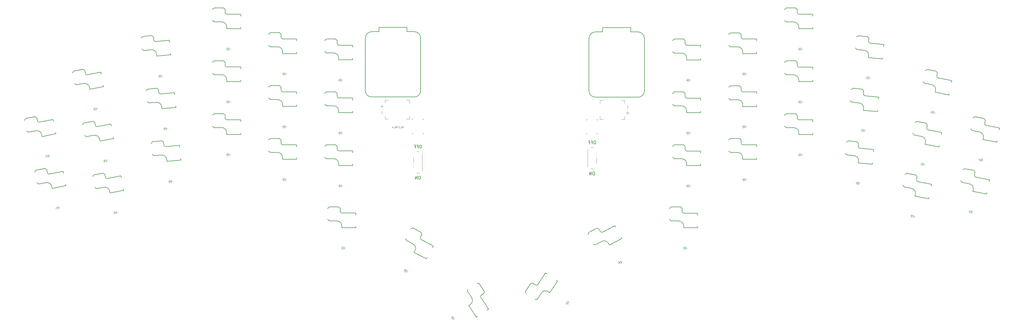
<source format=gbr>
%TF.GenerationSoftware,KiCad,Pcbnew,9.0.6*%
%TF.CreationDate,2025-12-31T17:57:57+01:00*%
%TF.ProjectId,right,72696768-742e-46b6-9963-61645f706362,v1.0.0*%
%TF.SameCoordinates,Original*%
%TF.FileFunction,Legend,Bot*%
%TF.FilePolarity,Positive*%
%FSLAX46Y46*%
G04 Gerber Fmt 4.6, Leading zero omitted, Abs format (unit mm)*
G04 Created by KiCad (PCBNEW 9.0.6) date 2025-12-31 17:57:57*
%MOMM*%
%LPD*%
G01*
G04 APERTURE LIST*
%ADD10C,0.100000*%
%ADD11C,0.150000*%
%ADD12C,0.127000*%
%ADD13C,0.120000*%
G04 APERTURE END LIST*
D10*
X185789204Y-118513100D02*
X185955870Y-118275005D01*
X186074918Y-118513100D02*
X186074918Y-118013100D01*
X186074918Y-118013100D02*
X185884442Y-118013100D01*
X185884442Y-118013100D02*
X185836823Y-118036910D01*
X185836823Y-118036910D02*
X185813013Y-118060719D01*
X185813013Y-118060719D02*
X185789204Y-118108338D01*
X185789204Y-118108338D02*
X185789204Y-118179767D01*
X185789204Y-118179767D02*
X185813013Y-118227386D01*
X185813013Y-118227386D02*
X185836823Y-118251195D01*
X185836823Y-118251195D02*
X185884442Y-118275005D01*
X185884442Y-118275005D02*
X186074918Y-118275005D01*
X185574918Y-118251195D02*
X185408251Y-118251195D01*
X185336823Y-118513100D02*
X185574918Y-118513100D01*
X185574918Y-118513100D02*
X185574918Y-118013100D01*
X185574918Y-118013100D02*
X185336823Y-118013100D01*
X185241585Y-118560719D02*
X184860632Y-118560719D01*
X184455871Y-118465481D02*
X184479680Y-118489291D01*
X184479680Y-118489291D02*
X184551109Y-118513100D01*
X184551109Y-118513100D02*
X184598728Y-118513100D01*
X184598728Y-118513100D02*
X184670156Y-118489291D01*
X184670156Y-118489291D02*
X184717775Y-118441671D01*
X184717775Y-118441671D02*
X184741585Y-118394052D01*
X184741585Y-118394052D02*
X184765394Y-118298814D01*
X184765394Y-118298814D02*
X184765394Y-118227386D01*
X184765394Y-118227386D02*
X184741585Y-118132148D01*
X184741585Y-118132148D02*
X184717775Y-118084529D01*
X184717775Y-118084529D02*
X184670156Y-118036910D01*
X184670156Y-118036910D02*
X184598728Y-118013100D01*
X184598728Y-118013100D02*
X184551109Y-118013100D01*
X184551109Y-118013100D02*
X184479680Y-118036910D01*
X184479680Y-118036910D02*
X184455871Y-118060719D01*
X183789216Y-118513095D02*
X183955882Y-118275000D01*
X184074930Y-118513095D02*
X184074930Y-118013095D01*
X184074930Y-118013095D02*
X183884454Y-118013095D01*
X183884454Y-118013095D02*
X183836835Y-118036905D01*
X183836835Y-118036905D02*
X183813025Y-118060714D01*
X183813025Y-118060714D02*
X183789216Y-118108333D01*
X183789216Y-118108333D02*
X183789216Y-118179762D01*
X183789216Y-118179762D02*
X183813025Y-118227381D01*
X183813025Y-118227381D02*
X183836835Y-118251190D01*
X183836835Y-118251190D02*
X183884454Y-118275000D01*
X183884454Y-118275000D02*
X184074930Y-118275000D01*
X183574930Y-118251190D02*
X183408263Y-118251190D01*
X183336835Y-118513095D02*
X183574930Y-118513095D01*
X183574930Y-118513095D02*
X183574930Y-118013095D01*
X183574930Y-118013095D02*
X183336835Y-118013095D01*
X183241597Y-118560714D02*
X182860644Y-118560714D01*
X182765406Y-118370238D02*
X182527311Y-118370238D01*
X182813025Y-118513095D02*
X182646359Y-118013095D01*
X182646359Y-118013095D02*
X182479692Y-118513095D01*
D11*
X191712134Y-124034315D02*
X191521658Y-124034315D01*
X191521658Y-124034315D02*
X191426420Y-124081934D01*
X191426420Y-124081934D02*
X191331182Y-124177172D01*
X191331182Y-124177172D02*
X191283563Y-124367648D01*
X191283563Y-124367648D02*
X191283563Y-124700981D01*
X191283563Y-124700981D02*
X191331182Y-124891457D01*
X191331182Y-124891457D02*
X191426420Y-124986696D01*
X191426420Y-124986696D02*
X191521658Y-125034315D01*
X191521658Y-125034315D02*
X191712134Y-125034315D01*
X191712134Y-125034315D02*
X191807372Y-124986696D01*
X191807372Y-124986696D02*
X191902610Y-124891457D01*
X191902610Y-124891457D02*
X191950229Y-124700981D01*
X191950229Y-124700981D02*
X191950229Y-124367648D01*
X191950229Y-124367648D02*
X191902610Y-124177172D01*
X191902610Y-124177172D02*
X191807372Y-124081934D01*
X191807372Y-124081934D02*
X191712134Y-124034315D01*
X190521658Y-124510505D02*
X190854991Y-124510505D01*
X190854991Y-125034315D02*
X190854991Y-124034315D01*
X190854991Y-124034315D02*
X190378801Y-124034315D01*
X189664515Y-124510505D02*
X189997848Y-124510505D01*
X189997848Y-125034315D02*
X189997848Y-124034315D01*
X189997848Y-124034315D02*
X189521658Y-124034315D01*
X191378799Y-134034315D02*
X191188323Y-134034315D01*
X191188323Y-134034315D02*
X191093085Y-134081934D01*
X191093085Y-134081934D02*
X190997847Y-134177172D01*
X190997847Y-134177172D02*
X190950228Y-134367648D01*
X190950228Y-134367648D02*
X190950228Y-134700981D01*
X190950228Y-134700981D02*
X190997847Y-134891457D01*
X190997847Y-134891457D02*
X191093085Y-134986696D01*
X191093085Y-134986696D02*
X191188323Y-135034315D01*
X191188323Y-135034315D02*
X191378799Y-135034315D01*
X191378799Y-135034315D02*
X191474037Y-134986696D01*
X191474037Y-134986696D02*
X191569275Y-134891457D01*
X191569275Y-134891457D02*
X191616894Y-134700981D01*
X191616894Y-134700981D02*
X191616894Y-134367648D01*
X191616894Y-134367648D02*
X191569275Y-134177172D01*
X191569275Y-134177172D02*
X191474037Y-134081934D01*
X191474037Y-134081934D02*
X191378799Y-134034315D01*
X190521656Y-135034315D02*
X190521656Y-134034315D01*
X190521656Y-134034315D02*
X189950228Y-135034315D01*
X189950228Y-135034315D02*
X189950228Y-134034315D01*
X247723435Y-122691806D02*
X247532959Y-122691806D01*
X247532959Y-122691806D02*
X247437721Y-122739425D01*
X247437721Y-122739425D02*
X247342483Y-122834663D01*
X247342483Y-122834663D02*
X247294864Y-123025139D01*
X247294864Y-123025139D02*
X247294864Y-123358472D01*
X247294864Y-123358472D02*
X247342483Y-123548948D01*
X247342483Y-123548948D02*
X247437721Y-123644187D01*
X247437721Y-123644187D02*
X247532959Y-123691806D01*
X247532959Y-123691806D02*
X247723435Y-123691806D01*
X247723435Y-123691806D02*
X247818673Y-123644187D01*
X247818673Y-123644187D02*
X247913911Y-123548948D01*
X247913911Y-123548948D02*
X247961530Y-123358472D01*
X247961530Y-123358472D02*
X247961530Y-123025139D01*
X247961530Y-123025139D02*
X247913911Y-122834663D01*
X247913911Y-122834663D02*
X247818673Y-122739425D01*
X247818673Y-122739425D02*
X247723435Y-122691806D01*
X246532959Y-123167996D02*
X246866292Y-123167996D01*
X246866292Y-123691806D02*
X246866292Y-122691806D01*
X246866292Y-122691806D02*
X246390102Y-122691806D01*
X245675816Y-123167996D02*
X246009149Y-123167996D01*
X246009149Y-123691806D02*
X246009149Y-122691806D01*
X246009149Y-122691806D02*
X245532959Y-122691806D01*
X247390094Y-132691804D02*
X247199618Y-132691804D01*
X247199618Y-132691804D02*
X247104380Y-132739423D01*
X247104380Y-132739423D02*
X247009142Y-132834661D01*
X247009142Y-132834661D02*
X246961523Y-133025137D01*
X246961523Y-133025137D02*
X246961523Y-133358470D01*
X246961523Y-133358470D02*
X247009142Y-133548946D01*
X247009142Y-133548946D02*
X247104380Y-133644185D01*
X247104380Y-133644185D02*
X247199618Y-133691804D01*
X247199618Y-133691804D02*
X247390094Y-133691804D01*
X247390094Y-133691804D02*
X247485332Y-133644185D01*
X247485332Y-133644185D02*
X247580570Y-133548946D01*
X247580570Y-133548946D02*
X247628189Y-133358470D01*
X247628189Y-133358470D02*
X247628189Y-133025137D01*
X247628189Y-133025137D02*
X247580570Y-132834661D01*
X247580570Y-132834661D02*
X247485332Y-132739423D01*
X247485332Y-132739423D02*
X247390094Y-132691804D01*
X246532951Y-133691804D02*
X246532951Y-132691804D01*
X246532951Y-132691804D02*
X245961523Y-133691804D01*
X245961523Y-133691804D02*
X245961523Y-132691804D01*
D10*
%TO.C,D1*%
X92800363Y-145875277D02*
X93193017Y-145798952D01*
X93193017Y-145798952D02*
X93088063Y-145259063D01*
X93193017Y-145798952D02*
X93297952Y-146338849D01*
X93193017Y-145798952D02*
X93705666Y-145291819D01*
X93705666Y-145291819D02*
X93858309Y-146077124D01*
X93781989Y-145684472D02*
X94272801Y-145589067D01*
X93858309Y-146077124D02*
X93193017Y-145798952D01*
%TO.C,D2*%
X89556606Y-129187620D02*
X89949260Y-129111295D01*
X89949260Y-129111295D02*
X89844306Y-128571406D01*
X89949260Y-129111295D02*
X90054195Y-129651192D01*
X89949260Y-129111295D02*
X90461909Y-128604162D01*
X90461909Y-128604162D02*
X90614552Y-129389467D01*
X90538232Y-128996815D02*
X91029044Y-128901410D01*
X90614552Y-129389467D02*
X89949260Y-129111295D01*
D11*
%TO.C,S3*%
X80113078Y-100258012D02*
X79717674Y-100844229D01*
X80971724Y-104675328D02*
X80385502Y-104279919D01*
X83057963Y-99685580D02*
X80113078Y-100258012D01*
X83229467Y-104236469D02*
X80971724Y-104675328D01*
X83644183Y-100080990D02*
X83057963Y-99685580D01*
X83644183Y-100080990D02*
X83819726Y-100984087D01*
X84440840Y-101454212D02*
X88838526Y-100599385D01*
X85318011Y-106071675D02*
X85184439Y-105384537D01*
X88838526Y-100599385D02*
X88953016Y-101188362D01*
X89639924Y-104722221D02*
X89735332Y-105213030D01*
X89735332Y-105213030D02*
X85318011Y-106071675D01*
X83229467Y-104236469D02*
G75*
G02*
X85180628Y-105364905I411370J-1539786D01*
G01*
X84440840Y-101454212D02*
G75*
G02*
X83819722Y-100984088I-75496J545622D01*
G01*
D10*
%TO.C,D4*%
X110468872Y-135748163D02*
X110867029Y-135709825D01*
X110867029Y-135709825D02*
X110814312Y-135162358D01*
X110867029Y-135709825D02*
X110919741Y-136257289D01*
X110867029Y-135709825D02*
X111425931Y-135254157D01*
X111425931Y-135254157D02*
X111502601Y-136050473D01*
X111464266Y-135652316D02*
X111961964Y-135604391D01*
X111502601Y-136050473D02*
X110867029Y-135709825D01*
D11*
%TO.C,S17*%
X187050424Y-154719949D02*
X186843690Y-154043746D01*
X189081207Y-155799738D02*
X187050424Y-154719949D01*
X189163048Y-150746687D02*
X188486837Y-150953427D01*
X189549379Y-158540323D02*
X189878005Y-157922262D01*
X191773551Y-154399859D02*
X195729159Y-156503094D01*
X191811885Y-152155101D02*
X189163048Y-150746687D01*
X192018634Y-152831312D02*
X191586718Y-153643623D01*
X192018634Y-152831312D02*
X191811885Y-152155101D01*
X193522645Y-160652946D02*
X189549379Y-158540323D01*
X193757378Y-160211470D02*
X193522645Y-160652946D01*
X195729159Y-156503094D02*
X195447477Y-157032861D01*
X189081207Y-155799738D02*
G75*
G02*
X189887399Y-157904605I-649329J-1455526D01*
G01*
X191773551Y-154399859D02*
G75*
G02*
X191586718Y-153643623I284702J471535D01*
G01*
%TO.C,S8*%
X125287923Y-96921324D02*
X124787928Y-97421327D01*
X125287926Y-101421322D02*
X124787924Y-100921322D01*
X127587928Y-101421317D02*
X125287926Y-101421322D01*
X128287929Y-96921323D02*
X125287923Y-96921324D01*
X128787928Y-97421321D02*
X128287929Y-96921323D01*
X128787928Y-97421321D02*
X128787928Y-98341321D01*
X129287928Y-103621320D02*
X129287926Y-102921323D01*
X129307926Y-98921323D02*
X133787925Y-98921321D01*
X133787925Y-98921321D02*
X133787933Y-99521324D01*
X133787927Y-103121319D02*
X133787927Y-103621319D01*
X133787927Y-103621319D02*
X129287928Y-103621320D01*
X127587928Y-101421317D02*
G75*
G02*
X129287931Y-102901322I109999J-1590004D01*
G01*
X129307926Y-98921323D02*
G75*
G02*
X128787925Y-98341321I30001J550002D01*
G01*
%TO.C,S2*%
X83356829Y-116945681D02*
X82961425Y-117531898D01*
X84215475Y-121362997D02*
X83629253Y-120967588D01*
X86301714Y-116373249D02*
X83356829Y-116945681D01*
X86473218Y-120924138D02*
X84215475Y-121362997D01*
X86887934Y-116768659D02*
X86301714Y-116373249D01*
X86887934Y-116768659D02*
X87063477Y-117671756D01*
X87684591Y-118141881D02*
X92082277Y-117287054D01*
X88561762Y-122759344D02*
X88428190Y-122072206D01*
X92082277Y-117287054D02*
X92196767Y-117876031D01*
X92883675Y-121409890D02*
X92979083Y-121900699D01*
X92979083Y-121900699D02*
X88561762Y-122759344D01*
X86473218Y-120924138D02*
G75*
G02*
X88424379Y-122052574I411370J-1539786D01*
G01*
X87684591Y-118141881D02*
G75*
G02*
X87063473Y-117671757I-75496J545622D01*
G01*
%TO.C,S6*%
X102212217Y-89124893D02*
X101762445Y-89670514D01*
X102643529Y-93604173D02*
X102097905Y-93154393D01*
X104932936Y-93383723D02*
X102643529Y-93604173D01*
X105198408Y-88837354D02*
X102212217Y-89124893D01*
X105744031Y-89287126D02*
X105198408Y-88837354D01*
X105744031Y-89287126D02*
X105832207Y-90202895D01*
X106405405Y-90730383D02*
X110864777Y-90300993D01*
X106835973Y-95410659D02*
X106768879Y-94713885D01*
X110864777Y-90300993D02*
X110922288Y-90898231D01*
X111267327Y-94481661D02*
X111315254Y-94979353D01*
X111315254Y-94979353D02*
X106835973Y-95410659D01*
X104932936Y-93383723D02*
G75*
G02*
X106766964Y-94693973I261887J-1572142D01*
G01*
X106405405Y-90730383D02*
G75*
G02*
X105832206Y-90202895I-22854J550345D01*
G01*
%TO.C,S15*%
X161287936Y-89921321D02*
X160787941Y-90421324D01*
X161287939Y-94421319D02*
X160787937Y-93921319D01*
X163587941Y-94421314D02*
X161287939Y-94421319D01*
X164287942Y-89921320D02*
X161287936Y-89921321D01*
X164787941Y-90421318D02*
X164287942Y-89921320D01*
X164787941Y-90421318D02*
X164787941Y-91341318D01*
X165287941Y-96621317D02*
X165287939Y-95921320D01*
X165307939Y-91921320D02*
X169787938Y-91921318D01*
X169787938Y-91921318D02*
X169787946Y-92521321D01*
X169787940Y-96121316D02*
X169787940Y-96621316D01*
X169787940Y-96621316D02*
X165287941Y-96621317D01*
X163587941Y-94421314D02*
G75*
G02*
X165287944Y-95901319I109999J-1590004D01*
G01*
X165307939Y-91921320D02*
G75*
G02*
X164787938Y-91341318I30001J550002D01*
G01*
D10*
%TO.C,D10*%
X147037924Y-135121307D02*
X147437926Y-135121309D01*
X147437926Y-135121309D02*
X147437921Y-135671305D01*
X147437926Y-135121309D02*
X147437922Y-134571309D01*
X147437926Y-135121309D02*
X148037928Y-134721307D01*
X148037921Y-135521304D02*
X147437926Y-135121309D01*
X148037925Y-135121307D02*
X148537926Y-135121307D01*
X148037928Y-134721307D02*
X148037921Y-135521304D01*
%TO.C,D9*%
X129037918Y-93121319D02*
X129437920Y-93121321D01*
X129437920Y-93121321D02*
X129437915Y-93671317D01*
X129437920Y-93121321D02*
X129437916Y-92571321D01*
X129437920Y-93121321D02*
X130037922Y-92721319D01*
X130037915Y-93521316D02*
X129437920Y-93121321D01*
X130037919Y-93121319D02*
X130537920Y-93121319D01*
X130037922Y-92721319D02*
X130037915Y-93521316D01*
%TO.C,D7*%
X129037928Y-127121307D02*
X129437930Y-127121309D01*
X129437930Y-127121309D02*
X129437925Y-127671305D01*
X129437930Y-127121309D02*
X129437926Y-126571309D01*
X129437930Y-127121309D02*
X130037932Y-126721307D01*
X130037925Y-127521304D02*
X129437930Y-127121309D01*
X130037929Y-127121307D02*
X130537930Y-127121307D01*
X130037932Y-126721307D02*
X130037925Y-127521304D01*
%TO.C,D8*%
X129037916Y-110121310D02*
X129437918Y-110121312D01*
X129437918Y-110121312D02*
X129437913Y-110671308D01*
X129437918Y-110121312D02*
X129437914Y-109571312D01*
X129437918Y-110121312D02*
X130037920Y-109721310D01*
X130037913Y-110521307D02*
X129437918Y-110121312D01*
X130037917Y-110121310D02*
X130537918Y-110121310D01*
X130037920Y-109721310D02*
X130037913Y-110521307D01*
D11*
%TO.C,S16*%
X162287916Y-143921324D02*
X161787921Y-144421327D01*
X162287919Y-148421322D02*
X161787917Y-147921322D01*
X164587921Y-148421317D02*
X162287919Y-148421322D01*
X165287922Y-143921323D02*
X162287916Y-143921324D01*
X165787921Y-144421321D02*
X165287922Y-143921323D01*
X165787921Y-144421321D02*
X165787921Y-145341321D01*
X166287921Y-150621320D02*
X166287919Y-149921323D01*
X166307919Y-145921323D02*
X170787918Y-145921321D01*
X170787918Y-145921321D02*
X170787926Y-146521324D01*
X170787920Y-150121319D02*
X170787920Y-150621319D01*
X170787920Y-150621319D02*
X166287921Y-150621320D01*
X164587921Y-148421317D02*
G75*
G02*
X166287924Y-149901322I109999J-1590004D01*
G01*
X166307919Y-145921323D02*
G75*
G02*
X165787918Y-145341321I30001J550002D01*
G01*
%TO.C,S18*%
X206685827Y-171097609D02*
X206820752Y-170403495D01*
X207098719Y-175643986D02*
X207679048Y-175252554D01*
X207971973Y-173004399D02*
X206685827Y-171097609D01*
X209615086Y-179374653D02*
X207098719Y-175643986D01*
X210029605Y-179095059D02*
X209615086Y-179374653D01*
X210416502Y-168581245D02*
X209722383Y-168446318D01*
X211006382Y-173032360D02*
X213511563Y-176746449D01*
X211959153Y-171762471D02*
X211196441Y-172276930D01*
X211959153Y-171762471D02*
X212094077Y-171068356D01*
X212094077Y-171068356D02*
X210416502Y-168581245D01*
X213511563Y-176746449D02*
X213014138Y-177081961D01*
X207971973Y-173004399D02*
G75*
G02*
X207695624Y-175241364I-1256636J-980311D01*
G01*
X211006382Y-173032360D02*
G75*
G02*
X211196442Y-172276932I472744J282684D01*
G01*
%TO.C,S9*%
X125287921Y-79921310D02*
X124787926Y-80421313D01*
X125287924Y-84421308D02*
X124787922Y-83921308D01*
X127587926Y-84421303D02*
X125287924Y-84421308D01*
X128287927Y-79921309D02*
X125287921Y-79921310D01*
X128787926Y-80421307D02*
X128287927Y-79921309D01*
X128787926Y-80421307D02*
X128787926Y-81341307D01*
X129287926Y-86621306D02*
X129287924Y-85921309D01*
X129307924Y-81921309D02*
X133787923Y-81921307D01*
X133787923Y-81921307D02*
X133787931Y-82521310D01*
X133787925Y-86121305D02*
X133787925Y-86621305D01*
X133787925Y-86621305D02*
X129287926Y-86621306D01*
X127587926Y-84421303D02*
G75*
G02*
X129287929Y-85901308I109999J-1590004D01*
G01*
X129307924Y-81921309D02*
G75*
G02*
X128787923Y-81341307I30001J550002D01*
G01*
D10*
%TO.C,D15*%
X165037922Y-103121319D02*
X165437924Y-103121321D01*
X165437924Y-103121321D02*
X165437919Y-103671317D01*
X165437924Y-103121321D02*
X165437920Y-102571321D01*
X165437924Y-103121321D02*
X166037926Y-102721319D01*
X166037919Y-103521316D02*
X165437924Y-103121321D01*
X166037923Y-103121319D02*
X166537924Y-103121319D01*
X166037926Y-102721319D02*
X166037919Y-103521316D01*
D11*
%TO.C,S11*%
X143287921Y-104921315D02*
X142787926Y-105421318D01*
X143287924Y-109421313D02*
X142787922Y-108921313D01*
X145587926Y-109421308D02*
X143287924Y-109421313D01*
X146287927Y-104921314D02*
X143287921Y-104921315D01*
X146787926Y-105421312D02*
X146287927Y-104921314D01*
X146787926Y-105421312D02*
X146787926Y-106341312D01*
X147287926Y-111621311D02*
X147287924Y-110921314D01*
X147307924Y-106921314D02*
X151787923Y-106921312D01*
X151787923Y-106921312D02*
X151787931Y-107521315D01*
X151787925Y-111121310D02*
X151787925Y-111621310D01*
X151787925Y-111621310D02*
X147287926Y-111621311D01*
X145587926Y-109421308D02*
G75*
G02*
X147287929Y-110901313I109999J-1590004D01*
G01*
X147307924Y-106921314D02*
G75*
G02*
X146787923Y-106341312I30001J550002D01*
G01*
%TO.C,S7*%
X125287921Y-113921315D02*
X124787926Y-114421318D01*
X125287924Y-118421313D02*
X124787922Y-117921313D01*
X127587926Y-118421308D02*
X125287924Y-118421313D01*
X128287927Y-113921314D02*
X125287921Y-113921315D01*
X128787926Y-114421312D02*
X128287927Y-113921314D01*
X128787926Y-114421312D02*
X128787926Y-115341312D01*
X129287926Y-120621311D02*
X129287924Y-119921314D01*
X129307924Y-115921314D02*
X133787923Y-115921312D01*
X133787923Y-115921312D02*
X133787931Y-116521315D01*
X133787925Y-120121310D02*
X133787925Y-120621310D01*
X133787925Y-120621310D02*
X129287926Y-120621311D01*
X127587926Y-118421308D02*
G75*
G02*
X129287929Y-119901313I109999J-1590004D01*
G01*
X129307924Y-115921314D02*
G75*
G02*
X128787923Y-115341312I30001J550002D01*
G01*
D10*
%TO.C,D12*%
X147037925Y-101121317D02*
X147437927Y-101121319D01*
X147437927Y-101121319D02*
X147437922Y-101671315D01*
X147437927Y-101121319D02*
X147437923Y-100571319D01*
X147437927Y-101121319D02*
X148037929Y-100721317D01*
X148037922Y-101521314D02*
X147437927Y-101121319D01*
X148037926Y-101121317D02*
X148537927Y-101121317D01*
X148037929Y-100721317D02*
X148037922Y-101521314D01*
D11*
%TO.C,S4*%
X105470972Y-122968357D02*
X105021200Y-123513978D01*
X105902284Y-127447637D02*
X105356660Y-126997857D01*
X108191691Y-127227187D02*
X105902284Y-127447637D01*
X108457163Y-122680818D02*
X105470972Y-122968357D01*
X109002786Y-123130590D02*
X108457163Y-122680818D01*
X109002786Y-123130590D02*
X109090962Y-124046359D01*
X109664160Y-124573847D02*
X114123532Y-124144457D01*
X110094728Y-129254123D02*
X110027634Y-128557349D01*
X114123532Y-124144457D02*
X114181043Y-124741695D01*
X114526082Y-128325125D02*
X114574009Y-128822817D01*
X114574009Y-128822817D02*
X110094728Y-129254123D01*
X108191691Y-127227187D02*
G75*
G02*
X110025719Y-128537437I261887J-1572142D01*
G01*
X109664160Y-124573847D02*
G75*
G02*
X109090961Y-124046359I-22854J550345D01*
G01*
%TO.C,S19*%
X67977250Y-132159770D02*
X67581846Y-132745987D01*
X68835896Y-136577086D02*
X68249674Y-136181677D01*
X70922135Y-131587338D02*
X67977250Y-132159770D01*
X71093639Y-136138227D02*
X68835896Y-136577086D01*
X71508355Y-131982748D02*
X70922135Y-131587338D01*
X71508355Y-131982748D02*
X71683898Y-132885845D01*
X72305012Y-133355970D02*
X76702698Y-132501143D01*
X73182183Y-137973433D02*
X73048611Y-137286295D01*
X76702698Y-132501143D02*
X76817188Y-133090120D01*
X77504096Y-136623979D02*
X77599504Y-137114788D01*
X77599504Y-137114788D02*
X73182183Y-137973433D01*
X71093639Y-136138227D02*
G75*
G02*
X73044800Y-137266663I411370J-1539786D01*
G01*
X72305012Y-133355970D02*
G75*
G02*
X71683894Y-132885846I-75496J545622D01*
G01*
D10*
%TO.C,RST1*%
X188967039Y-120134056D02*
X188967040Y-120384058D01*
X188967042Y-115934056D02*
X188967038Y-115684059D01*
X189217039Y-115684059D02*
X188967038Y-115684059D01*
X189217040Y-120384057D02*
X188967040Y-120384058D01*
X192217042Y-115684055D02*
X192467042Y-115684054D01*
X192217043Y-120384053D02*
X192467044Y-120384053D01*
X192467040Y-120134056D02*
X192467044Y-120384053D01*
X192467043Y-115934056D02*
X192467042Y-115684054D01*
D12*
%TO.C,U?*%
X173859765Y-106579487D02*
X173859764Y-89579488D01*
X178259765Y-87579487D02*
X175859763Y-87579487D01*
X178259766Y-86179485D02*
X178259765Y-87579487D01*
X187259764Y-86179488D02*
X178259766Y-86179485D01*
X187259767Y-87579488D02*
X187259764Y-86179488D01*
X189659763Y-87579487D02*
X187259767Y-87579488D01*
X189659763Y-108579483D02*
X175859763Y-108579485D01*
X191659762Y-89579488D02*
X191659762Y-106579484D01*
X173859764Y-89579488D02*
G75*
G02*
X175859760Y-87579487I2050002J-50001D01*
G01*
X175859763Y-108579485D02*
G75*
G02*
X173859765Y-106579487I50000J2049998D01*
G01*
X189659762Y-87579487D02*
G75*
G02*
X191659762Y-89579488I-49999J-2049999D01*
G01*
X191659762Y-106579484D02*
G75*
G02*
X189659763Y-108579485I-2049999J49998D01*
G01*
D13*
%TO.C,PWR1*%
X189334751Y-127979490D02*
X189334749Y-129679498D01*
X189334754Y-130979494D02*
X189334758Y-131179495D01*
X190384752Y-126129496D02*
X191174752Y-126129498D01*
X191174755Y-133029492D02*
X190384755Y-133029499D01*
X192184754Y-126729496D02*
X192184751Y-132429492D01*
D11*
%TO.C,S5*%
X103841599Y-106046626D02*
X103391827Y-106592247D01*
X104272911Y-110525906D02*
X103727287Y-110076126D01*
X106562318Y-110305456D02*
X104272911Y-110525906D01*
X106827790Y-105759087D02*
X103841599Y-106046626D01*
X107373413Y-106208859D02*
X106827790Y-105759087D01*
X107373413Y-106208859D02*
X107461589Y-107124628D01*
X108034787Y-107652116D02*
X112494159Y-107222726D01*
X108465355Y-112332392D02*
X108398261Y-111635618D01*
X112494159Y-107222726D02*
X112551670Y-107819964D01*
X112896709Y-111403394D02*
X112944636Y-111901086D01*
X112944636Y-111901086D02*
X108465355Y-112332392D01*
X106562318Y-110305456D02*
G75*
G02*
X108396346Y-111615706I261887J-1572142D01*
G01*
X108034787Y-107652116D02*
G75*
G02*
X107461588Y-107124628I-22854J550345D01*
G01*
D10*
%TO.C,D11*%
X147037920Y-118121315D02*
X147437922Y-118121317D01*
X147437922Y-118121317D02*
X147437917Y-118671313D01*
X147437922Y-118121317D02*
X147437918Y-117571317D01*
X147437922Y-118121317D02*
X148037924Y-117721315D01*
X148037917Y-118521312D02*
X147437922Y-118121317D01*
X148037921Y-118121315D02*
X148537922Y-118121315D01*
X148037924Y-117721315D02*
X148037917Y-118521312D01*
%TO.C,D6*%
X107210126Y-101904686D02*
X107608283Y-101866348D01*
X107608283Y-101866348D02*
X107555566Y-101318881D01*
X107608283Y-101866348D02*
X107660995Y-102413812D01*
X107608283Y-101866348D02*
X108167185Y-101410680D01*
X108167185Y-101410680D02*
X108243855Y-102206996D01*
X108205520Y-101808839D02*
X108703218Y-101760914D01*
X108243855Y-102206996D02*
X107608283Y-101866348D01*
%TO.C,JST1*%
X179184744Y-114079478D02*
X179184747Y-113079482D01*
X179184745Y-111079486D02*
X179184742Y-112079488D01*
X179684746Y-111579478D02*
X178684744Y-111579483D01*
D13*
X180224741Y-114719482D02*
X180224744Y-115639486D01*
X180224744Y-115639486D02*
X181224749Y-115639481D01*
X180224746Y-109519481D02*
X181224748Y-109519484D01*
X180224749Y-110439484D02*
X180224746Y-109519481D01*
X188044743Y-114719483D02*
X188044744Y-115639485D01*
X188044744Y-115639485D02*
X187044745Y-115639481D01*
X188044746Y-109519482D02*
X187044747Y-109519482D01*
X188044748Y-110519482D02*
X188044746Y-109519482D01*
D11*
%TO.C,S14*%
X161287915Y-106921316D02*
X160787920Y-107421319D01*
X161287918Y-111421314D02*
X160787916Y-110921314D01*
X163587920Y-111421309D02*
X161287918Y-111421314D01*
X164287921Y-106921315D02*
X161287915Y-106921316D01*
X164787920Y-107421313D02*
X164287921Y-106921315D01*
X164787920Y-107421313D02*
X164787920Y-108341313D01*
X165287920Y-113621312D02*
X165287918Y-112921315D01*
X165307918Y-108921315D02*
X169787917Y-108921313D01*
X169787917Y-108921313D02*
X169787925Y-109521316D01*
X169787919Y-113121311D02*
X169787919Y-113621311D01*
X169787919Y-113621311D02*
X165287920Y-113621312D01*
X163587920Y-111421309D02*
G75*
G02*
X165287923Y-112901314I109999J-1590004D01*
G01*
X165307918Y-108921315D02*
G75*
G02*
X164787917Y-108341313I30001J550002D01*
G01*
%TO.C,S10*%
X143287926Y-121921324D02*
X142787931Y-122421327D01*
X143287929Y-126421322D02*
X142787927Y-125921322D01*
X145587931Y-126421317D02*
X143287929Y-126421322D01*
X146287932Y-121921323D02*
X143287926Y-121921324D01*
X146787931Y-122421321D02*
X146287932Y-121921323D01*
X146787931Y-122421321D02*
X146787931Y-123341321D01*
X147287931Y-128621320D02*
X147287929Y-127921323D01*
X147307929Y-123921323D02*
X151787928Y-123921321D01*
X151787928Y-123921321D02*
X151787936Y-124521324D01*
X151787930Y-128121319D02*
X151787930Y-128621319D01*
X151787930Y-128621319D02*
X147287931Y-128621320D01*
X145587931Y-126421317D02*
G75*
G02*
X147287934Y-127901322I109999J-1590004D01*
G01*
X147307929Y-123921323D02*
G75*
G02*
X146787928Y-123341321I30001J550002D01*
G01*
%TO.C,S1*%
X86600574Y-133633334D02*
X86205170Y-134219551D01*
X87459220Y-138050650D02*
X86872998Y-137655241D01*
X89545459Y-133060902D02*
X86600574Y-133633334D01*
X89716963Y-137611791D02*
X87459220Y-138050650D01*
X90131679Y-133456312D02*
X89545459Y-133060902D01*
X90131679Y-133456312D02*
X90307222Y-134359409D01*
X90928336Y-134829534D02*
X95326022Y-133974707D01*
X91805507Y-139446997D02*
X91671935Y-138759859D01*
X95326022Y-133974707D02*
X95440512Y-134563684D01*
X96127420Y-138097543D02*
X96222828Y-138588352D01*
X96222828Y-138588352D02*
X91805507Y-139446997D01*
X89716963Y-137611791D02*
G75*
G02*
X91668124Y-138740227I411370J-1539786D01*
G01*
X90928336Y-134829534D02*
G75*
G02*
X90307218Y-134359410I-75496J545622D01*
G01*
D10*
%TO.C,D16*%
X166037930Y-157121323D02*
X166437932Y-157121325D01*
X166437932Y-157121325D02*
X166437927Y-157671321D01*
X166437932Y-157121325D02*
X166437928Y-156571325D01*
X166437932Y-157121325D02*
X167037934Y-156721323D01*
X167037927Y-157521320D02*
X166437932Y-157121325D01*
X167037931Y-157121323D02*
X167537932Y-157121323D01*
X167037934Y-156721323D02*
X167037927Y-157521320D01*
%TO.C,D20*%
X71347762Y-127225987D02*
X71500415Y-128011289D01*
X71424088Y-127618636D02*
X70933276Y-127714044D01*
X71500415Y-128011289D02*
X72013060Y-127504152D01*
X72013060Y-127504152D02*
X71347762Y-127225987D01*
X72013060Y-127504152D02*
X71908125Y-126964258D01*
X72013060Y-127504152D02*
X72118012Y-128044045D01*
X72405714Y-127427828D02*
X72013060Y-127504152D01*
%TO.C,D13*%
X165037921Y-137121309D02*
X165437923Y-137121311D01*
X165437923Y-137121311D02*
X165437918Y-137671307D01*
X165437923Y-137121311D02*
X165437919Y-136571311D01*
X165437923Y-137121311D02*
X166037925Y-136721309D01*
X166037918Y-137521306D02*
X165437923Y-137121311D01*
X166037922Y-137121309D02*
X166537923Y-137121309D01*
X166037925Y-136721309D02*
X166037918Y-137521306D01*
%TO.C,D18*%
X201570181Y-179071472D02*
X201793859Y-179403085D01*
X201793859Y-179403085D02*
X201337886Y-179710643D01*
X201793859Y-179403085D02*
X202249831Y-179095526D01*
X201793859Y-179403085D02*
X202460986Y-179676833D01*
X201797757Y-180124189D02*
X201793859Y-179403085D01*
X202129371Y-179900512D02*
X202408971Y-180315028D01*
X202460986Y-179676833D02*
X201797757Y-180124189D01*
D11*
%TO.C,S12*%
X143287929Y-87921315D02*
X142787934Y-88421318D01*
X143287932Y-92421313D02*
X142787930Y-91921313D01*
X145587934Y-92421308D02*
X143287932Y-92421313D01*
X146287935Y-87921314D02*
X143287929Y-87921315D01*
X146787934Y-88421312D02*
X146287935Y-87921314D01*
X146787934Y-88421312D02*
X146787934Y-89341312D01*
X147287934Y-94621311D02*
X147287932Y-93921314D01*
X147307932Y-89921314D02*
X151787931Y-89921312D01*
X151787931Y-89921312D02*
X151787939Y-90521315D01*
X151787933Y-94121310D02*
X151787933Y-94621310D01*
X151787933Y-94621310D02*
X147287934Y-94621311D01*
X145587934Y-92421308D02*
G75*
G02*
X147287937Y-93901313I109999J-1590004D01*
G01*
X147307932Y-89921314D02*
G75*
G02*
X146787931Y-89341312I30001J550002D01*
G01*
%TO.C,S13*%
X161287927Y-123921323D02*
X160787932Y-124421326D01*
X161287930Y-128421321D02*
X160787928Y-127921321D01*
X163587932Y-128421316D02*
X161287930Y-128421321D01*
X164287933Y-123921322D02*
X161287927Y-123921323D01*
X164787932Y-124421320D02*
X164287933Y-123921322D01*
X164787932Y-124421320D02*
X164787932Y-125341320D01*
X165287932Y-130621319D02*
X165287930Y-129921322D01*
X165307930Y-125921322D02*
X169787929Y-125921320D01*
X169787929Y-125921320D02*
X169787937Y-126521323D01*
X169787931Y-130121318D02*
X169787931Y-130621318D01*
X169787931Y-130621318D02*
X165287932Y-130621319D01*
X163587932Y-128421316D02*
G75*
G02*
X165287935Y-129901321I109999J-1590004D01*
G01*
X165307930Y-125921322D02*
G75*
G02*
X164787929Y-125341320I30001J550002D01*
G01*
D10*
%TO.C,D19*%
X74591513Y-143913650D02*
X74744166Y-144698952D01*
X74667839Y-144306299D02*
X74177027Y-144401707D01*
X74744166Y-144698952D02*
X75256811Y-144191815D01*
X75256811Y-144191815D02*
X74591513Y-143913650D01*
X75256811Y-144191815D02*
X75151876Y-143651921D01*
X75256811Y-144191815D02*
X75361763Y-144731708D01*
X75649465Y-144115491D02*
X75256811Y-144191815D01*
%TO.C,D3*%
X86312858Y-112499955D02*
X86705512Y-112423630D01*
X86705512Y-112423630D02*
X86600558Y-111883741D01*
X86705512Y-112423630D02*
X86810447Y-112963527D01*
X86705512Y-112423630D02*
X87218161Y-111916497D01*
X87218161Y-111916497D02*
X87370804Y-112701802D01*
X87294484Y-112309150D02*
X87785296Y-112213745D01*
X87370804Y-112701802D02*
X86705512Y-112423630D01*
%TO.C,D5*%
X108839493Y-118826428D02*
X109237650Y-118788090D01*
X109237650Y-118788090D02*
X109184933Y-118240623D01*
X109237650Y-118788090D02*
X109290362Y-119335554D01*
X109237650Y-118788090D02*
X109796552Y-118332422D01*
X109796552Y-118332422D02*
X109873222Y-119128738D01*
X109834887Y-118730581D02*
X110332585Y-118682656D01*
X109873222Y-119128738D02*
X109237650Y-118788090D01*
%TO.C,D17*%
X186277081Y-164162122D02*
X186630258Y-164349917D01*
X186630258Y-164349917D02*
X186372054Y-164835535D01*
X186630258Y-164349917D02*
X186888467Y-163864293D01*
X186630258Y-164349917D02*
X187347816Y-164278420D01*
X186972234Y-164984772D02*
X186630258Y-164349917D01*
X187160029Y-164631596D02*
X187601501Y-164866336D01*
X187347816Y-164278420D02*
X186972234Y-164984772D01*
%TO.C,D14*%
X165037924Y-120121310D02*
X165437926Y-120121312D01*
X165437926Y-120121312D02*
X165437921Y-120671308D01*
X165437926Y-120121312D02*
X165437922Y-119571312D01*
X165437926Y-120121312D02*
X166037928Y-119721310D01*
X166037921Y-120521307D02*
X165437926Y-120121312D01*
X166037925Y-120121310D02*
X166537926Y-120121310D01*
X166037928Y-119721310D02*
X166037921Y-120521307D01*
D11*
%TO.C,S20*%
X64733497Y-115472099D02*
X64338093Y-116058316D01*
X65592143Y-119889415D02*
X65005921Y-119494006D01*
X67678382Y-114899667D02*
X64733497Y-115472099D01*
X67849886Y-119450556D02*
X65592143Y-119889415D01*
X68264602Y-115295077D02*
X67678382Y-114899667D01*
X68264602Y-115295077D02*
X68440145Y-116198174D01*
X69061259Y-116668299D02*
X73458945Y-115813472D01*
X69938430Y-121285762D02*
X69804858Y-120598624D01*
X73458945Y-115813472D02*
X73573435Y-116402449D01*
X74260343Y-119936308D02*
X74355751Y-120427117D01*
X74355751Y-120427117D02*
X69938430Y-121285762D01*
X67849886Y-119450556D02*
G75*
G02*
X69801047Y-120578992I411370J-1539786D01*
G01*
X69061259Y-116668299D02*
G75*
G02*
X68440141Y-116198175I-75496J545622D01*
G01*
D12*
%TO.C,U?*%
X245778340Y-106647975D02*
X245778338Y-89647976D01*
X250178339Y-87647975D02*
X247778337Y-87647975D01*
X250178340Y-86247973D02*
X250178339Y-87647975D01*
X259178338Y-86247976D02*
X250178340Y-86247973D01*
X259178341Y-87647976D02*
X259178338Y-86247976D01*
X261578337Y-87647975D02*
X259178341Y-87647976D01*
X261578337Y-108647971D02*
X247778337Y-108647973D01*
X263578336Y-89647976D02*
X263578336Y-106647972D01*
X245778338Y-89647976D02*
G75*
G02*
X247778334Y-87647975I2050002J-50001D01*
G01*
X247778337Y-108647973D02*
G75*
G02*
X245778340Y-106647975I50000J2049997D01*
G01*
X261578338Y-87647974D02*
G75*
G02*
X263578337Y-89647976I-50001J-2050000D01*
G01*
X263578336Y-106647972D02*
G75*
G02*
X261578337Y-108647973I-2049999J49998D01*
G01*
D10*
%TO.C,D34*%
X276928342Y-120147972D02*
X277328342Y-120147973D01*
X277328342Y-120147973D02*
X277328342Y-119597973D01*
X277328342Y-120147973D02*
X277328342Y-120697974D01*
X277328342Y-120147973D02*
X277928343Y-119747973D01*
X277928341Y-120147976D02*
X278428342Y-120147974D01*
X277928343Y-119747973D02*
X277928345Y-120547973D01*
X277928345Y-120547973D02*
X277328342Y-120147973D01*
%TO.C,D25*%
X333106053Y-119284388D02*
X333504212Y-119322726D01*
X333504212Y-119322726D02*
X333451497Y-119870194D01*
X333504212Y-119322726D02*
X333556928Y-118775260D01*
X333504212Y-119322726D02*
X334139788Y-118982075D01*
X334063112Y-119778392D02*
X333504212Y-119322726D01*
X334101450Y-119380236D02*
X334599149Y-119428156D01*
X334139788Y-118982075D02*
X334063112Y-119778392D01*
D11*
%TO.C,S39*%
X365685499Y-136031314D02*
X365290089Y-135445095D01*
X366544137Y-131613993D02*
X365957922Y-132009402D01*
X367943241Y-136470173D02*
X365685499Y-136031314D01*
X369192227Y-138954128D02*
X369325794Y-138266991D01*
X369489020Y-132186419D02*
X366544137Y-131613993D01*
X369884430Y-132772637D02*
X369489020Y-132186419D01*
X369884430Y-132772637D02*
X369708886Y-133675733D01*
X370108662Y-134344298D02*
X374506353Y-135199122D01*
X373609551Y-139812768D02*
X369192227Y-138954128D01*
X373704956Y-139321956D02*
X373609551Y-139812768D01*
X374506353Y-135199122D02*
X374391866Y-135788096D01*
X367943241Y-136470173D02*
G75*
G02*
X369329611Y-138247358I-195407J-1581777D01*
G01*
X370108662Y-134344298D02*
G75*
G02*
X369708884Y-133675732I134394J534172D01*
G01*
%TO.C,S35*%
X273178339Y-94447974D02*
X272678341Y-93947972D01*
X273178340Y-89947974D02*
X272678340Y-90447973D01*
X275478340Y-94447973D02*
X273178339Y-94447974D01*
X276178340Y-89947972D02*
X273178340Y-89947974D01*
X276678339Y-90447973D02*
X276178340Y-89947972D01*
X276678339Y-90447973D02*
X276678339Y-91367973D01*
X277178342Y-96647973D02*
X277178340Y-95947973D01*
X277198339Y-91947973D02*
X281678341Y-91947973D01*
X281678337Y-96647974D02*
X277178342Y-96647973D01*
X281678339Y-96147974D02*
X281678337Y-96647974D01*
X281678341Y-91947973D02*
X281678339Y-92547973D01*
X275478340Y-94447973D02*
G75*
G02*
X277178339Y-95927973I110007J-1589991D01*
G01*
X277198339Y-91947973D02*
G75*
G02*
X276678340Y-91367973I30001J550000D01*
G01*
%TO.C,S23*%
X353549669Y-104129564D02*
X353154259Y-103543345D01*
X354408307Y-99712243D02*
X353822092Y-100107652D01*
X355807411Y-104568423D02*
X353549669Y-104129564D01*
X357056397Y-107052378D02*
X357189964Y-106365241D01*
X357353190Y-100284669D02*
X354408307Y-99712243D01*
X357748600Y-100870887D02*
X357353190Y-100284669D01*
X357748600Y-100870887D02*
X357573056Y-101773983D01*
X357972832Y-102442548D02*
X362370523Y-103297372D01*
X361473721Y-107911018D02*
X357056397Y-107052378D01*
X361569126Y-107420206D02*
X361473721Y-107911018D01*
X362370523Y-103297372D02*
X362256036Y-103886346D01*
X355807411Y-104568423D02*
G75*
G02*
X357193781Y-106345608I-195407J-1581777D01*
G01*
X357972832Y-102442548D02*
G75*
G02*
X357573054Y-101773982I134394J534172D01*
G01*
%TO.C,S26*%
X331836555Y-93343289D02*
X331386779Y-92797668D01*
X332267859Y-88864007D02*
X331722239Y-89313781D01*
X334125966Y-93563734D02*
X331836555Y-93343289D01*
X335254048Y-89151542D02*
X332267859Y-88864007D01*
X335607277Y-95916545D02*
X335674369Y-95219766D01*
X335703823Y-89697164D02*
X335254048Y-89151542D01*
X335703823Y-89697164D02*
X335615646Y-90612929D01*
X336077660Y-91240097D02*
X340537040Y-91669487D01*
X340086560Y-96347849D02*
X335607277Y-95916545D01*
X340134484Y-95850152D02*
X340086560Y-96347849D01*
X340537040Y-91669487D02*
X340479529Y-92266723D01*
X334125966Y-93563734D02*
G75*
G02*
X335676287Y-95199858I-42897J-1593218D01*
G01*
X336077660Y-91240097D02*
G75*
G02*
X335615646Y-90612929I82578J544592D01*
G01*
%TO.C,S40*%
X368929246Y-119343656D02*
X368533836Y-118757437D01*
X369787884Y-114926335D02*
X369201669Y-115321744D01*
X371186988Y-119782515D02*
X368929246Y-119343656D01*
X372435974Y-122266470D02*
X372569541Y-121579333D01*
X372732767Y-115498761D02*
X369787884Y-114926335D01*
X373128177Y-116084979D02*
X372732767Y-115498761D01*
X373128177Y-116084979D02*
X372952633Y-116988075D01*
X373352409Y-117656640D02*
X377750100Y-118511464D01*
X376853298Y-123125110D02*
X372435974Y-122266470D01*
X376948703Y-122634298D02*
X376853298Y-123125110D01*
X377750100Y-118511464D02*
X377635613Y-119100438D01*
X371186988Y-119782515D02*
G75*
G02*
X372573358Y-121559700I-195407J-1581777D01*
G01*
X373352409Y-117656640D02*
G75*
G02*
X372952631Y-116988074I134394J534172D01*
G01*
D10*
%TO.C,D23*%
X355570725Y-113385259D02*
X355963377Y-113461583D01*
X355963377Y-113461583D02*
X355858432Y-114001478D01*
X355963377Y-113461583D02*
X356068322Y-112921688D01*
X355963377Y-113461583D02*
X356628677Y-113183418D01*
X356476029Y-113968719D02*
X355963377Y-113461583D01*
X356552353Y-113576070D02*
X357043167Y-113671473D01*
X356628677Y-113183418D02*
X356476029Y-113968719D01*
%TO.C,D21*%
X349083228Y-146760572D02*
X349475880Y-146836896D01*
X349475880Y-146836896D02*
X349370935Y-147376791D01*
X349475880Y-146836896D02*
X349580825Y-146297001D01*
X349475880Y-146836896D02*
X350141180Y-146558731D01*
X349988532Y-147344032D02*
X349475880Y-146836896D01*
X350064856Y-146951383D02*
X350555670Y-147046786D01*
X350141180Y-146558731D02*
X349988532Y-147344032D01*
%TO.C,D31*%
X294928339Y-118147967D02*
X295328339Y-118147968D01*
X295328339Y-118147968D02*
X295328339Y-117597968D01*
X295328339Y-118147968D02*
X295328339Y-118697969D01*
X295328339Y-118147968D02*
X295928340Y-117747968D01*
X295928338Y-118147971D02*
X296428339Y-118147969D01*
X295928340Y-117747968D02*
X295928342Y-118547968D01*
X295928342Y-118547968D02*
X295328339Y-118147968D01*
%TO.C,D37*%
X255162449Y-162076161D02*
X255515628Y-161888371D01*
X255515628Y-161888371D02*
X255257419Y-161402750D01*
X255515628Y-161888371D02*
X255773838Y-162373992D01*
X255515628Y-161888371D02*
X255857608Y-161253511D01*
X255857608Y-161253511D02*
X256233187Y-161959866D01*
X256045398Y-161606690D02*
X256486871Y-161371951D01*
X256233187Y-161959866D02*
X255515628Y-161888371D01*
D11*
%TO.C,S33*%
X273178339Y-128447979D02*
X272678341Y-127947977D01*
X273178340Y-123947979D02*
X272678340Y-124447978D01*
X275478340Y-128447978D02*
X273178339Y-128447979D01*
X276178340Y-123947977D02*
X273178340Y-123947979D01*
X276678339Y-124447978D02*
X276178340Y-123947977D01*
X276678339Y-124447978D02*
X276678339Y-125367978D01*
X277178342Y-130647978D02*
X277178340Y-129947978D01*
X277198339Y-125947978D02*
X281678341Y-125947978D01*
X281678337Y-130647979D02*
X277178342Y-130647978D01*
X281678339Y-130147979D02*
X281678337Y-130647979D01*
X281678341Y-125947978D02*
X281678339Y-126547978D01*
X275478340Y-128447978D02*
G75*
G02*
X277178339Y-129927978I110007J-1589991D01*
G01*
X277198339Y-125947978D02*
G75*
G02*
X276678340Y-125367978I30001J550000D01*
G01*
%TO.C,S28*%
X309178342Y-101447973D02*
X308678344Y-100947971D01*
X309178343Y-96947973D02*
X308678343Y-97447972D01*
X311478343Y-101447972D02*
X309178342Y-101447973D01*
X312178343Y-96947971D02*
X309178343Y-96947973D01*
X312678342Y-97447972D02*
X312178343Y-96947971D01*
X312678342Y-97447972D02*
X312678342Y-98367972D01*
X313178345Y-103647972D02*
X313178343Y-102947972D01*
X313198342Y-98947972D02*
X317678344Y-98947972D01*
X317678340Y-103647973D02*
X313178345Y-103647972D01*
X317678342Y-103147973D02*
X317678340Y-103647973D01*
X317678344Y-98947972D02*
X317678342Y-99547972D01*
X311478343Y-101447972D02*
G75*
G02*
X313178342Y-102927972I110007J-1589991D01*
G01*
X313198342Y-98947972D02*
G75*
G02*
X312678343Y-98367972I30001J550000D01*
G01*
%TO.C,S34*%
X273178341Y-111447972D02*
X272678343Y-110947970D01*
X273178342Y-106947972D02*
X272678342Y-107447971D01*
X275478342Y-111447971D02*
X273178341Y-111447972D01*
X276178342Y-106947970D02*
X273178342Y-106947972D01*
X276678341Y-107447971D02*
X276178342Y-106947970D01*
X276678341Y-107447971D02*
X276678341Y-108367971D01*
X277178344Y-113647971D02*
X277178342Y-112947971D01*
X277198341Y-108947971D02*
X281678343Y-108947971D01*
X281678339Y-113647972D02*
X277178344Y-113647971D01*
X281678341Y-113147972D02*
X281678339Y-113647972D01*
X281678343Y-108947971D02*
X281678341Y-109547971D01*
X275478342Y-111447971D02*
G75*
G02*
X277178341Y-112927971I110007J-1589991D01*
G01*
X277198341Y-108947971D02*
G75*
G02*
X276678342Y-108367971I30001J550000D01*
G01*
%TO.C,S36*%
X272178340Y-148447976D02*
X271678342Y-147947974D01*
X272178341Y-143947976D02*
X271678341Y-144447975D01*
X274478341Y-148447975D02*
X272178340Y-148447976D01*
X275178341Y-143947974D02*
X272178341Y-143947976D01*
X275678340Y-144447975D02*
X275178341Y-143947974D01*
X275678340Y-144447975D02*
X275678340Y-145367975D01*
X276178343Y-150647975D02*
X276178341Y-149947975D01*
X276198340Y-145947975D02*
X280678342Y-145947975D01*
X280678338Y-150647976D02*
X276178343Y-150647975D01*
X280678340Y-150147976D02*
X280678338Y-150647976D01*
X280678342Y-145947975D02*
X280678340Y-146547975D01*
X274478341Y-148447975D02*
G75*
G02*
X276178340Y-149927975I110007J-1589991D01*
G01*
X276198340Y-145947975D02*
G75*
G02*
X275678341Y-145367975I30001J550000D01*
G01*
D10*
%TO.C,D35*%
X276928340Y-103147968D02*
X277328340Y-103147969D01*
X277328340Y-103147969D02*
X277328340Y-102597969D01*
X277328340Y-103147969D02*
X277328340Y-103697970D01*
X277328340Y-103147969D02*
X277928341Y-102747969D01*
X277928339Y-103147972D02*
X278428340Y-103147970D01*
X277928341Y-102747969D02*
X277928343Y-103547969D01*
X277928343Y-103547969D02*
X277328340Y-103147969D01*
%TO.C,RST1*%
X244928340Y-116047977D02*
X244928340Y-115797982D01*
X244928344Y-120247977D02*
X244928341Y-120497984D01*
X245178341Y-115797979D02*
X244928340Y-115797982D01*
X245178341Y-120497979D02*
X244928341Y-120497984D01*
X248178341Y-115797981D02*
X248428341Y-115797976D01*
X248178341Y-120497981D02*
X248428342Y-120497978D01*
X248428338Y-116047983D02*
X248428341Y-115797976D01*
X248428342Y-120247983D02*
X248428342Y-120497978D01*
D11*
%TO.C,S37*%
X245654368Y-152181769D02*
X245447632Y-152857979D01*
X247766991Y-156155034D02*
X247090781Y-155948296D01*
X248303211Y-150773355D02*
X245654368Y-152181769D01*
X248979419Y-150980094D02*
X248303211Y-150773355D01*
X248979419Y-150980094D02*
X249411334Y-151792405D01*
X249797771Y-155075251D02*
X247766991Y-156155034D01*
X250142761Y-152060389D02*
X254098366Y-149957155D01*
X252331616Y-156219633D02*
X252002987Y-155601570D01*
X254098366Y-149957155D02*
X254380049Y-150486926D01*
X256070147Y-153665537D02*
X256304883Y-154107011D01*
X256304883Y-154107011D02*
X252331616Y-156219633D01*
X249797771Y-155075251D02*
G75*
G02*
X251993600Y-155583909I843586J-1352240D01*
G01*
X250142761Y-152060389D02*
G75*
G02*
X249411335Y-151792405I-231721J499705D01*
G01*
D10*
%TO.C,D27*%
X312928343Y-127147974D02*
X313328343Y-127147975D01*
X313328343Y-127147975D02*
X313328343Y-126597975D01*
X313328343Y-127147975D02*
X313328343Y-127697976D01*
X313328343Y-127147975D02*
X313928344Y-126747975D01*
X313928342Y-127147978D02*
X314428343Y-127147976D01*
X313928344Y-126747975D02*
X313928346Y-127547975D01*
X313928346Y-127547975D02*
X313328343Y-127147975D01*
%TO.C,D30*%
X294928335Y-135147971D02*
X295328335Y-135147972D01*
X295328335Y-135147972D02*
X295328335Y-134597972D01*
X295328335Y-135147972D02*
X295328335Y-135697973D01*
X295328335Y-135147972D02*
X295928336Y-134747972D01*
X295928334Y-135147975D02*
X296428335Y-135147973D01*
X295928336Y-134747972D02*
X295928338Y-135547972D01*
X295928338Y-135547972D02*
X295328335Y-135147972D01*
%TO.C,D33*%
X276928335Y-137147963D02*
X277328335Y-137147964D01*
X277328335Y-137147964D02*
X277328335Y-136597964D01*
X277328335Y-137147964D02*
X277328335Y-137697965D01*
X277328335Y-137147964D02*
X277928336Y-136747964D01*
X277928334Y-137147967D02*
X278428335Y-137147965D01*
X277928336Y-136747964D02*
X277928338Y-137547964D01*
X277928338Y-137547964D02*
X277328335Y-137147964D01*
D11*
%TO.C,S32*%
X291178338Y-92447977D02*
X290678340Y-91947975D01*
X291178339Y-87947977D02*
X290678339Y-88447976D01*
X293478339Y-92447976D02*
X291178338Y-92447977D01*
X294178339Y-87947975D02*
X291178339Y-87947977D01*
X294678338Y-88447976D02*
X294178339Y-87947975D01*
X294678338Y-88447976D02*
X294678338Y-89367976D01*
X295178341Y-94647976D02*
X295178339Y-93947976D01*
X295198338Y-89947976D02*
X299678340Y-89947976D01*
X299678336Y-94647977D02*
X295178341Y-94647976D01*
X299678338Y-94147977D02*
X299678336Y-94647977D01*
X299678340Y-89947976D02*
X299678338Y-90547976D01*
X293478339Y-92447976D02*
G75*
G02*
X295178338Y-93927976I110007J-1589991D01*
G01*
X295198338Y-89947976D02*
G75*
G02*
X294678339Y-89367976I30001J550000D01*
G01*
%TO.C,S31*%
X291178337Y-109447971D02*
X290678339Y-108947969D01*
X291178338Y-104947971D02*
X290678338Y-105447970D01*
X293478338Y-109447970D02*
X291178337Y-109447971D01*
X294178338Y-104947969D02*
X291178338Y-104947971D01*
X294678337Y-105447970D02*
X294178338Y-104947969D01*
X294678337Y-105447970D02*
X294678337Y-106367970D01*
X295178340Y-111647970D02*
X295178338Y-110947970D01*
X295198337Y-106947970D02*
X299678339Y-106947970D01*
X299678335Y-111647971D02*
X295178340Y-111647970D01*
X299678337Y-111147971D02*
X299678335Y-111647971D01*
X299678339Y-106947970D02*
X299678337Y-107547970D01*
X293478338Y-109447970D02*
G75*
G02*
X295178337Y-110927970I110007J-1589991D01*
G01*
X295198337Y-106947970D02*
G75*
G02*
X294678338Y-106367970I30001J550000D01*
G01*
%TO.C,S24*%
X328577799Y-127186755D02*
X328128023Y-126641134D01*
X329009103Y-122707473D02*
X328463483Y-123157247D01*
X330867210Y-127407200D02*
X328577799Y-127186755D01*
X331995292Y-122995008D02*
X329009103Y-122707473D01*
X332348521Y-129760011D02*
X332415613Y-129063232D01*
X332445067Y-123540630D02*
X331995292Y-122995008D01*
X332445067Y-123540630D02*
X332356890Y-124456395D01*
X332818904Y-125083563D02*
X337278284Y-125512953D01*
X336827804Y-130191315D02*
X332348521Y-129760011D01*
X336875728Y-129693618D02*
X336827804Y-130191315D01*
X337278284Y-125512953D02*
X337220773Y-126110189D01*
X330867210Y-127407200D02*
G75*
G02*
X332417531Y-129043324I-42897J-1593218D01*
G01*
X332818904Y-125083563D02*
G75*
G02*
X332356890Y-124456395I82578J544592D01*
G01*
D10*
%TO.C,D24*%
X331476671Y-136206114D02*
X331874830Y-136244452D01*
X331874830Y-136244452D02*
X331822115Y-136791920D01*
X331874830Y-136244452D02*
X331927546Y-135696986D01*
X331874830Y-136244452D02*
X332510406Y-135903801D01*
X332433730Y-136700118D02*
X331874830Y-136244452D01*
X332472068Y-136301962D02*
X332969767Y-136349882D01*
X332510406Y-135903801D02*
X332433730Y-136700118D01*
D11*
%TO.C,S22*%
X350305910Y-120817224D02*
X349910500Y-120231005D01*
X351164548Y-116399903D02*
X350578333Y-116795312D01*
X352563652Y-121256083D02*
X350305910Y-120817224D01*
X353812638Y-123740038D02*
X353946205Y-123052901D01*
X354109431Y-116972329D02*
X351164548Y-116399903D01*
X354504841Y-117558547D02*
X354109431Y-116972329D01*
X354504841Y-117558547D02*
X354329297Y-118461643D01*
X354729073Y-119130208D02*
X359126764Y-119985032D01*
X358229962Y-124598678D02*
X353812638Y-123740038D01*
X358325367Y-124107866D02*
X358229962Y-124598678D01*
X359126764Y-119985032D02*
X359012277Y-120574006D01*
X352563652Y-121256083D02*
G75*
G02*
X353950022Y-123033268I-195407J-1581777D01*
G01*
X354729073Y-119130208D02*
G75*
G02*
X354329295Y-118461642I134394J534172D01*
G01*
D10*
%TO.C,D40*%
X371364801Y-129087388D02*
X371517449Y-128302087D01*
X371441125Y-128694736D02*
X370950311Y-128599333D01*
X371517449Y-128302087D02*
X372030101Y-128809223D01*
X372030101Y-128809223D02*
X371364801Y-129087388D01*
X372030101Y-128809223D02*
X371925156Y-129349118D01*
X372030101Y-128809223D02*
X372135046Y-128269328D01*
X372422753Y-128885547D02*
X372030101Y-128809223D01*
%TO.C,D28*%
X312928339Y-110147968D02*
X313328339Y-110147969D01*
X313328339Y-110147969D02*
X313328339Y-109597969D01*
X313328339Y-110147969D02*
X313328339Y-110697970D01*
X313328339Y-110147969D02*
X313928340Y-109747969D01*
X313928338Y-110147972D02*
X314428339Y-110147970D01*
X313928340Y-109747969D02*
X313928342Y-110547969D01*
X313928342Y-110547969D02*
X313328339Y-110147969D01*
D13*
%TO.C,JST1*%
X249311053Y-114796989D02*
X249311055Y-115796989D01*
X249311054Y-109676988D02*
X250311055Y-109676988D01*
X249311055Y-110596989D02*
X249311054Y-109676988D01*
X249311055Y-115796989D02*
X250311055Y-115796986D01*
X257131054Y-114876987D02*
X257131054Y-115796989D01*
X257131054Y-115796989D02*
X256131055Y-115796988D01*
X257131055Y-109676988D02*
X256131055Y-109676987D01*
X257131057Y-110596988D02*
X257131055Y-109676988D01*
D10*
X257671054Y-113736987D02*
X258671055Y-113736989D01*
X258171055Y-111236991D02*
X258171055Y-112236988D01*
X258171057Y-114236990D02*
X258171052Y-113236988D01*
%TO.C,D29*%
X312928339Y-93147969D02*
X313328339Y-93147970D01*
X313328339Y-93147970D02*
X313328339Y-92597970D01*
X313328339Y-93147970D02*
X313328339Y-93697971D01*
X313328339Y-93147970D02*
X313928340Y-92747970D01*
X313928338Y-93147973D02*
X314428339Y-93147971D01*
X313928340Y-92747970D02*
X313928342Y-93547970D01*
X313928342Y-93547970D02*
X313328339Y-93147970D01*
D11*
%TO.C,S30*%
X291178339Y-126447973D02*
X290678341Y-125947971D01*
X291178340Y-121947973D02*
X290678340Y-122447972D01*
X293478340Y-126447972D02*
X291178339Y-126447973D01*
X294178340Y-121947971D02*
X291178340Y-121947973D01*
X294678339Y-122447972D02*
X294178340Y-121947971D01*
X294678339Y-122447972D02*
X294678339Y-123367972D01*
X295178342Y-128647972D02*
X295178340Y-127947972D01*
X295198339Y-123947972D02*
X299678341Y-123947972D01*
X299678337Y-128647973D02*
X295178342Y-128647972D01*
X299678339Y-128147973D02*
X299678337Y-128647973D01*
X299678341Y-123947972D02*
X299678339Y-124547972D01*
X293478340Y-126447972D02*
G75*
G02*
X295178339Y-127927972I110007J-1589991D01*
G01*
X295198339Y-123947972D02*
G75*
G02*
X294678340Y-123367972I30001J550000D01*
G01*
D10*
%TO.C,D38*%
X238412446Y-175367463D02*
X238636123Y-175035850D01*
X238636123Y-175035850D02*
X238180152Y-174728293D01*
X238636123Y-175035850D02*
X238640024Y-174314749D01*
X238636123Y-175035850D02*
X239092093Y-175343406D01*
X238640024Y-174314749D02*
X239303252Y-174762103D01*
X238971639Y-174538427D02*
X239251234Y-174123909D01*
X239303252Y-174762103D02*
X238636123Y-175035850D01*
D11*
%TO.C,S38*%
X225372180Y-171095005D02*
X225507104Y-171789122D01*
X227049759Y-168607894D02*
X225372180Y-171095005D01*
X227743874Y-168472971D02*
X227049759Y-168607894D01*
X227743874Y-168472971D02*
X228506590Y-168987430D01*
X229102850Y-173611375D02*
X228408734Y-173746297D01*
X229278211Y-168880662D02*
X231783396Y-165166572D01*
X230388996Y-171704588D02*
X229102850Y-173611375D01*
X231783396Y-165166572D02*
X232280817Y-165502088D01*
X233163503Y-171525448D02*
X232583177Y-171134013D01*
X235265355Y-167515182D02*
X235679870Y-167794779D01*
X235679870Y-167794779D02*
X233163503Y-171525448D01*
X229278211Y-168880662D02*
G75*
G02*
X228506590Y-168987430I-439195J332428D01*
G01*
X230388996Y-171704588D02*
G75*
G02*
X232566595Y-171122830I1379677J-797914D01*
G01*
%TO.C,S29*%
X309178334Y-84447984D02*
X308678336Y-83947982D01*
X309178335Y-79947984D02*
X308678335Y-80447983D01*
X311478335Y-84447983D02*
X309178334Y-84447984D01*
X312178335Y-79947982D02*
X309178335Y-79947984D01*
X312678334Y-80447983D02*
X312178335Y-79947982D01*
X312678334Y-80447983D02*
X312678334Y-81367983D01*
X313178337Y-86647983D02*
X313178335Y-85947983D01*
X313198334Y-81947983D02*
X317678336Y-81947983D01*
X317678332Y-86647984D02*
X313178337Y-86647983D01*
X317678334Y-86147984D02*
X317678332Y-86647984D01*
X317678336Y-81947983D02*
X317678334Y-82547983D01*
X311478335Y-84447983D02*
G75*
G02*
X313178334Y-85927983I110007J-1589991D01*
G01*
X313198334Y-81947983D02*
G75*
G02*
X312678335Y-81367983I30001J550000D01*
G01*
D10*
%TO.C,D26*%
X334735432Y-102362650D02*
X335133591Y-102400988D01*
X335133591Y-102400988D02*
X335080876Y-102948456D01*
X335133591Y-102400988D02*
X335186307Y-101853522D01*
X335133591Y-102400988D02*
X335769167Y-102060337D01*
X335692491Y-102856654D02*
X335133591Y-102400988D01*
X335730829Y-102458498D02*
X336228528Y-102506418D01*
X335769167Y-102060337D02*
X335692491Y-102856654D01*
D11*
%TO.C,S21*%
X347062166Y-137504894D02*
X346666756Y-136918675D01*
X347920804Y-133087573D02*
X347334589Y-133482982D01*
X349319908Y-137943753D02*
X347062166Y-137504894D01*
X350568894Y-140427708D02*
X350702461Y-139740571D01*
X350865687Y-133659999D02*
X347920804Y-133087573D01*
X351261097Y-134246217D02*
X350865687Y-133659999D01*
X351261097Y-134246217D02*
X351085553Y-135149313D01*
X351485329Y-135817878D02*
X355883020Y-136672702D01*
X354986218Y-141286348D02*
X350568894Y-140427708D01*
X355081623Y-140795536D02*
X354986218Y-141286348D01*
X355883020Y-136672702D02*
X355768533Y-137261676D01*
X349319908Y-137943753D02*
G75*
G02*
X350706278Y-139720938I-195407J-1581777D01*
G01*
X351485329Y-135817878D02*
G75*
G02*
X351085551Y-135149312I134394J534172D01*
G01*
%TO.C,S25*%
X330207182Y-110265020D02*
X329757406Y-109719399D01*
X330638486Y-105785738D02*
X330092866Y-106235512D01*
X332496593Y-110485465D02*
X330207182Y-110265020D01*
X333624675Y-106073273D02*
X330638486Y-105785738D01*
X333977904Y-112838276D02*
X334044996Y-112141497D01*
X334074450Y-106618895D02*
X333624675Y-106073273D01*
X334074450Y-106618895D02*
X333986273Y-107534660D01*
X334448287Y-108161828D02*
X338907667Y-108591218D01*
X338457187Y-113269580D02*
X333977904Y-112838276D01*
X338505111Y-112771883D02*
X338457187Y-113269580D01*
X338907667Y-108591218D02*
X338850156Y-109188454D01*
X332496593Y-110485465D02*
G75*
G02*
X334046914Y-112121589I-42897J-1593218D01*
G01*
X334448287Y-108161828D02*
G75*
G02*
X333986273Y-107534660I82578J544592D01*
G01*
D10*
%TO.C,D22*%
X352326974Y-130072917D02*
X352719626Y-130149241D01*
X352719626Y-130149241D02*
X352614681Y-130689136D01*
X352719626Y-130149241D02*
X352824571Y-129609346D01*
X352719626Y-130149241D02*
X353384926Y-129871076D01*
X353232278Y-130656377D02*
X352719626Y-130149241D01*
X353308602Y-130263728D02*
X353799416Y-130359131D01*
X353384926Y-129871076D02*
X353232278Y-130656377D01*
D13*
%TO.C,PWR1*%
X245346054Y-131086997D02*
X245346058Y-125386988D01*
X246356050Y-124786988D02*
X247146044Y-124786986D01*
X247146049Y-131686987D02*
X246356047Y-131686986D01*
X248196052Y-126836985D02*
X248196057Y-126636977D01*
X248196054Y-129836979D02*
X248196047Y-128136990D01*
D10*
%TO.C,D32*%
X294928338Y-101147966D02*
X295328338Y-101147967D01*
X295328338Y-101147967D02*
X295328338Y-100597967D01*
X295328338Y-101147967D02*
X295328338Y-101697968D01*
X295328338Y-101147967D02*
X295928339Y-100747967D01*
X295928337Y-101147970D02*
X296428338Y-101147968D01*
X295928339Y-100747967D02*
X295928341Y-101547967D01*
X295928341Y-101547967D02*
X295328338Y-101147967D01*
%TO.C,D36*%
X275928335Y-157147974D02*
X276328335Y-157147975D01*
X276328335Y-157147975D02*
X276328335Y-156597975D01*
X276328335Y-157147975D02*
X276328335Y-157697976D01*
X276328335Y-157147975D02*
X276928336Y-156747975D01*
X276928334Y-157147978D02*
X277428335Y-157147976D01*
X276928336Y-156747975D02*
X276928338Y-157547975D01*
X276928338Y-157547975D02*
X276328335Y-157147975D01*
%TO.C,D39*%
X368121049Y-145775060D02*
X368273697Y-144989759D01*
X368197373Y-145382408D02*
X367706559Y-145287005D01*
X368273697Y-144989759D02*
X368786349Y-145496895D01*
X368786349Y-145496895D02*
X368121049Y-145775060D01*
X368786349Y-145496895D02*
X368681404Y-146036790D01*
X368786349Y-145496895D02*
X368891294Y-144957000D01*
X369179001Y-145573219D02*
X368786349Y-145496895D01*
D11*
%TO.C,S27*%
X309178332Y-118447969D02*
X308678334Y-117947967D01*
X309178333Y-113947969D02*
X308678333Y-114447968D01*
X311478333Y-118447968D02*
X309178332Y-118447969D01*
X312178333Y-113947967D02*
X309178333Y-113947969D01*
X312678332Y-114447968D02*
X312178333Y-113947967D01*
X312678332Y-114447968D02*
X312678332Y-115367968D01*
X313178335Y-120647968D02*
X313178333Y-119947968D01*
X313198332Y-115947968D02*
X317678334Y-115947968D01*
X317678330Y-120647969D02*
X313178335Y-120647968D01*
X317678332Y-120147969D02*
X317678330Y-120647969D01*
X317678334Y-115947968D02*
X317678332Y-116547968D01*
X311478333Y-118447968D02*
G75*
G02*
X313178332Y-119927968I110007J-1589991D01*
G01*
X313198332Y-115947968D02*
G75*
G02*
X312678333Y-115367968I30001J550000D01*
G01*
%TD*%
M02*

</source>
